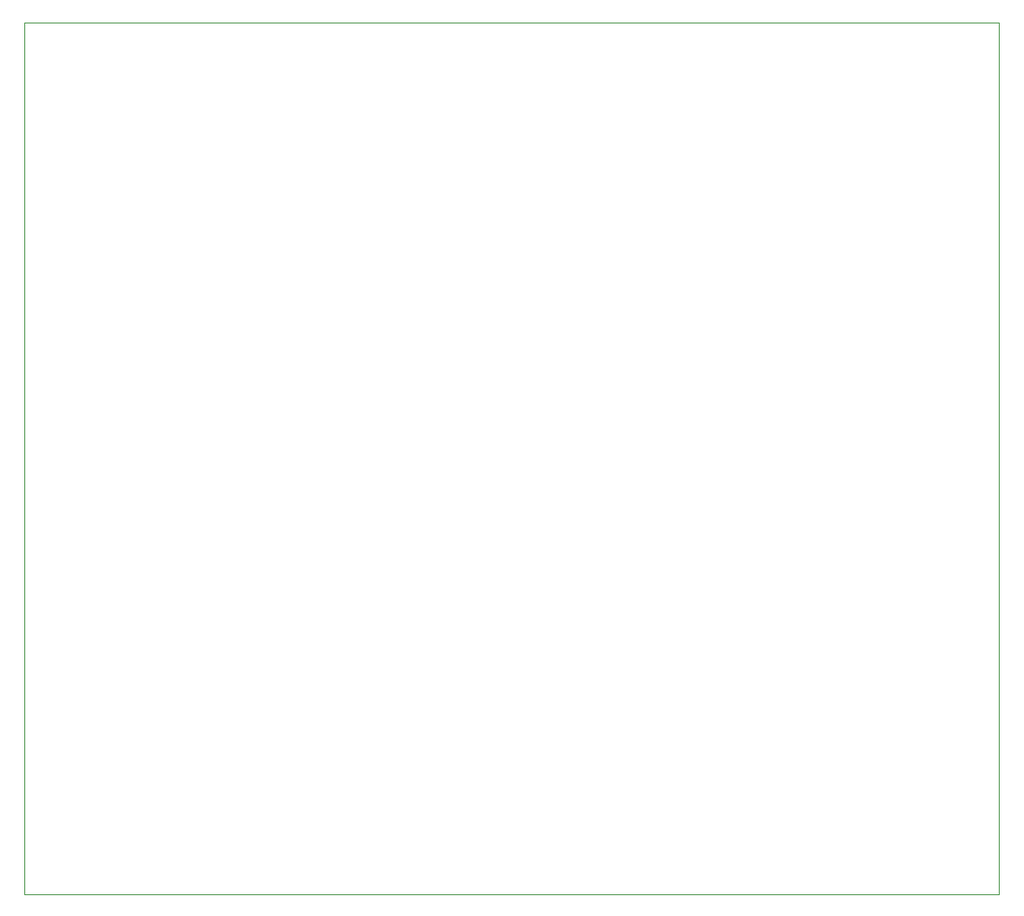
<source format=gm1>
G04 #@! TF.GenerationSoftware,KiCad,Pcbnew,5.1.5*
G04 #@! TF.CreationDate,2020-04-18T05:12:52+00:00*
G04 #@! TF.ProjectId,NUC980,4e554339-3830-42e6-9b69-6361645f7063,rev?*
G04 #@! TF.SameCoordinates,Original*
G04 #@! TF.FileFunction,Profile,NP*
%FSLAX46Y46*%
G04 Gerber Fmt 4.6, Leading zero omitted, Abs format (unit mm)*
G04 Created by KiCad (PCBNEW 5.1.5) date 2020-04-18 05:12:52*
%MOMM*%
%LPD*%
G04 APERTURE LIST*
%ADD10C,0.050000*%
G04 APERTURE END LIST*
D10*
X201500000Y-50000000D02*
X201500000Y-135000000D01*
X106500000Y-135000000D02*
X201500000Y-135000000D01*
X106500000Y-50000000D02*
X201500000Y-50000000D01*
X106500000Y-50000000D02*
X106500000Y-135000000D01*
M02*

</source>
